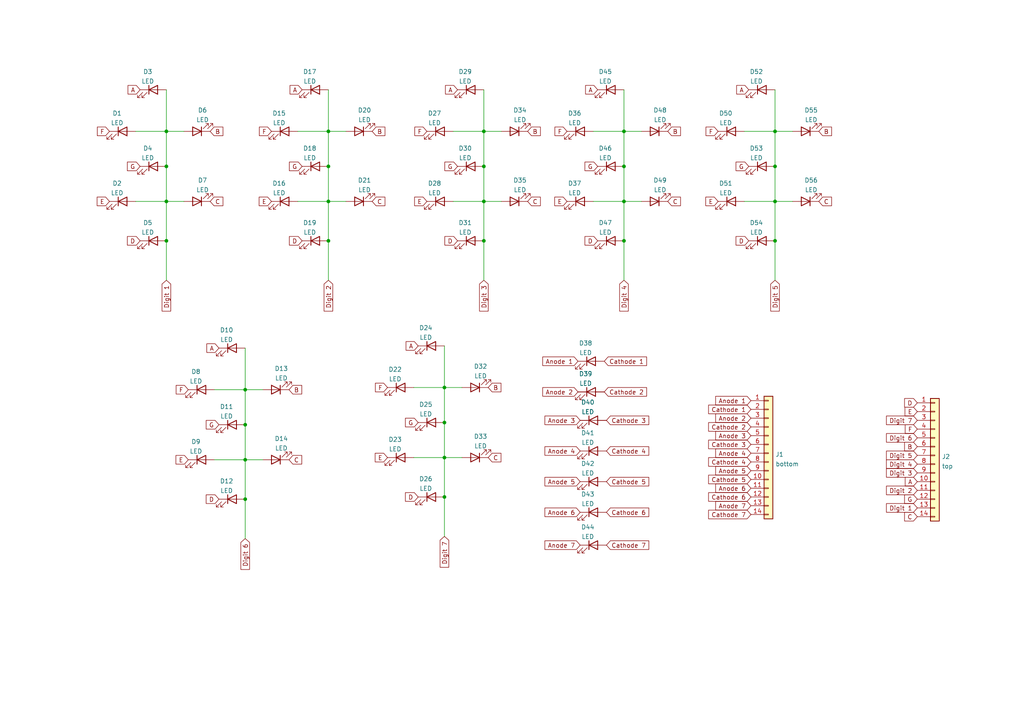
<source format=kicad_sch>
(kicad_sch (version 20211123) (generator eeschema)
  (paper "A4")
  (lib_symbols
    (symbol "Connector_Generic:Conn_01x14" (pin_names (offset 1.016) hide)
      (property "Reference" "J" (at 0 17.78 0))
      (property "Value" "Conn_01x14" (at 0 -20.32 0))
      (symbol "Conn_01x14_1_1"
        (rectangle (start -1.27 -17.653) (end 0 -17.907) (stroke (width 0.1524)))
        (rectangle (start -1.27 -15.113) (end 0 -15.367) (stroke (width 0.1524)))
        (rectangle (start -1.27 -12.573) (end 0 -12.827) (stroke (width 0.1524)))
        (rectangle (start -1.27 -10.033) (end 0 -10.287) (stroke (width 0.1524)))
        (rectangle (start -1.27 -7.493) (end 0 -7.747) (stroke (width 0.1524)))
        (rectangle (start -1.27 -4.953) (end 0 -5.207) (stroke (width 0.1524)))
        (rectangle (start -1.27 -2.413) (end 0 -2.667) (stroke (width 0.1524)))
        (rectangle (start -1.27 0.127) (end 0 -0.127) (stroke (width 0.1524)))
        (rectangle (start -1.27 2.667) (end 0 2.413) (stroke (width 0.1524)))
        (rectangle (start -1.27 5.207) (end 0 4.953) (stroke (width 0.1524)))
        (rectangle (start -1.27 7.747) (end 0 7.493) (stroke (width 0.1524)))
        (rectangle (start -1.27 10.287) (end 0 10.033) (stroke (width 0.1524)))
        (rectangle (start -1.27 12.827) (end 0 12.573) (stroke (width 0.1524)))
        (rectangle (start -1.27 15.367) (end 0 15.113) (stroke (width 0.1524)))
        (rectangle (start -1.27 16.51) (end 1.27 -19.05) (stroke (width 0.254)) (fill (type background)))
        (pin passive line (at -5.08 15.24 0) (length 3.81) (name "Pin_1") (number "1"))
        (pin passive line (at -5.08 -7.62 0) (length 3.81) (name "Pin_10") (number "10"))
        (pin passive line (at -5.08 -10.16 0) (length 3.81) (name "Pin_11") (number "11"))
        (pin passive line (at -5.08 -12.7 0) (length 3.81) (name "Pin_12") (number "12"))
        (pin passive line (at -5.08 -15.24 0) (length 3.81) (name "Pin_13") (number "13"))
        (pin passive line (at -5.08 -17.78 0) (length 3.81) (name "Pin_14") (number "14"))
        (pin passive line (at -5.08 12.7 0) (length 3.81) (name "Pin_2") (number "2"))
        (pin passive line (at -5.08 10.16 0) (length 3.81) (name "Pin_3") (number "3"))
        (pin passive line (at -5.08 7.62 0) (length 3.81) (name "Pin_4") (number "4"))
        (pin passive line (at -5.08 5.08 0) (length 3.81) (name "Pin_5") (number "5"))
        (pin passive line (at -5.08 2.54 0) (length 3.81) (name "Pin_6") (number "6"))
        (pin passive line (at -5.08 0 0) (length 3.81) (name "Pin_7") (number "7"))
        (pin passive line (at -5.08 -2.54 0) (length 3.81) (name "Pin_8") (number "8"))
        (pin passive line (at -5.08 -5.08 0) (length 3.81) (name "Pin_9") (number "9"))
      )
    )
    (symbol "Device:LED" (pin_numbers hide) (pin_names (offset 1.016) hide)
      (property "Reference" "D" (at 0 2.54 0))
      (property "Value" "LED" (at 0 -2.54 0))
      (symbol "LED_0_1"
        (polyline (pts (xy -1.27 -1.27) (xy -1.27 1.27)) (stroke (width 0.254)))
        (polyline (pts (xy -1.27 0) (xy 1.27 0)))
        (polyline (pts (xy 1.27 -1.27) (xy 1.27 1.27) (xy -1.27 0) (xy 1.27 -1.27)) (stroke (width 0.254)))
        (polyline (pts (xy -3.048 -0.762) (xy -4.572 -2.286) (xy -3.81 -2.286) (xy -4.572 -2.286) (xy -4.572 -1.524)))
        (polyline (pts (xy -1.778 -0.762) (xy -3.302 -2.286) (xy -2.54 -2.286) (xy -3.302 -2.286) (xy -3.302 -1.524)))
      )
      (symbol "LED_1_1"
        (pin passive line (at -3.81 0 0) (length 2.54) (name "K") (number "1"))
        (pin passive line (at 3.81 0 180) (length 2.54) (name "A") (number "2"))
      )
    )
  )
  (junction (at 95.25 48.26))
  (junction (at 224.79 38.1))
  (junction (at 71.12 133.35))
  (junction (at 140.335 48.26))
  (junction (at 128.905 112.395))
  (junction (at 95.25 58.42))
  (junction (at 128.905 144.145))
  (junction (at 71.12 123.19))
  (junction (at 128.905 122.555))
  (junction (at 224.79 48.26))
  (junction (at 48.26 58.42))
  (junction (at 224.79 69.85))
  (junction (at 128.905 132.715))
  (junction (at 95.25 38.1))
  (junction (at 95.25 69.85))
  (junction (at 180.975 38.1))
  (junction (at 140.335 69.85))
  (junction (at 180.975 69.85))
  (junction (at 180.975 48.26))
  (junction (at 180.975 58.42))
  (junction (at 48.26 38.1))
  (junction (at 71.12 113.03))
  (junction (at 71.12 144.78))
  (junction (at 48.26 48.26))
  (junction (at 140.335 38.1))
  (junction (at 140.335 58.42))
  (junction (at 224.79 58.42))
  (junction (at 48.26 69.85))
  (wire (pts (xy 95.25 69.85) (xy 95.25 81.28)))
  (wire (pts (xy 172.085 58.42) (xy 180.975 58.42)))
  (wire (pts (xy 120.015 132.715) (xy 128.905 132.715)))
  (wire (pts (xy 215.9 38.1) (xy 224.79 38.1)))
  (wire (pts (xy 86.36 38.1) (xy 95.25 38.1)))
  (wire (pts (xy 140.335 58.42) (xy 140.335 69.85)))
  (wire (pts (xy 140.335 48.26) (xy 140.335 58.42)))
  (wire (pts (xy 215.9 58.42) (xy 224.79 58.42)))
  (wire (pts (xy 128.905 132.715) (xy 128.905 144.145)))
  (wire (pts (xy 186.055 58.42) (xy 180.975 58.42)))
  (wire (pts (xy 48.26 38.1) (xy 53.34 38.1)))
  (wire (pts (xy 131.445 58.42) (xy 140.335 58.42)))
  (wire (pts (xy 145.415 58.42) (xy 140.335 58.42)))
  (wire (pts (xy 95.25 26.035) (xy 95.25 38.1)))
  (wire (pts (xy 71.12 113.03) (xy 71.12 123.19)))
  (wire (pts (xy 48.26 58.42) (xy 48.26 69.85)))
  (wire (pts (xy 48.26 48.26) (xy 48.26 58.42)))
  (wire (pts (xy 86.36 58.42) (xy 95.25 58.42)))
  (wire (pts (xy 224.79 38.1) (xy 224.79 48.26)))
  (wire (pts (xy 180.975 26.035) (xy 180.975 38.1)))
  (wire (pts (xy 39.37 38.1) (xy 48.26 38.1)))
  (wire (pts (xy 71.12 133.35) (xy 71.12 144.78)))
  (wire (pts (xy 71.12 123.19) (xy 71.12 133.35)))
  (wire (pts (xy 140.335 38.1) (xy 140.335 48.26)))
  (wire (pts (xy 71.12 100.965) (xy 71.12 113.03)))
  (wire (pts (xy 128.905 112.395) (xy 128.905 122.555)))
  (wire (pts (xy 71.12 144.78) (xy 71.12 156.21)))
  (wire (pts (xy 95.25 38.1) (xy 95.25 48.26)))
  (wire (pts (xy 95.25 38.1) (xy 100.33 38.1)))
  (wire (pts (xy 140.335 38.1) (xy 145.415 38.1)))
  (wire (pts (xy 131.445 38.1) (xy 140.335 38.1)))
  (wire (pts (xy 128.905 112.395) (xy 133.985 112.395)))
  (wire (pts (xy 224.79 26.035) (xy 224.79 38.1)))
  (wire (pts (xy 180.975 38.1) (xy 180.975 48.26)))
  (wire (pts (xy 39.37 58.42) (xy 48.26 58.42)))
  (wire (pts (xy 128.905 100.33) (xy 128.905 112.395)))
  (wire (pts (xy 71.12 113.03) (xy 76.2 113.03)))
  (wire (pts (xy 224.79 58.42) (xy 224.79 69.85)))
  (wire (pts (xy 133.985 132.715) (xy 128.905 132.715)))
  (wire (pts (xy 62.23 133.35) (xy 71.12 133.35)))
  (wire (pts (xy 172.085 38.1) (xy 180.975 38.1)))
  (wire (pts (xy 95.25 58.42) (xy 95.25 69.85)))
  (wire (pts (xy 140.335 26.035) (xy 140.335 38.1)))
  (wire (pts (xy 128.905 122.555) (xy 128.905 132.715)))
  (wire (pts (xy 128.905 144.145) (xy 128.905 155.575)))
  (wire (pts (xy 180.975 48.26) (xy 180.975 58.42)))
  (wire (pts (xy 224.79 38.1) (xy 229.87 38.1)))
  (wire (pts (xy 53.34 58.42) (xy 48.26 58.42)))
  (wire (pts (xy 76.2 133.35) (xy 71.12 133.35)))
  (wire (pts (xy 180.975 58.42) (xy 180.975 69.85)))
  (wire (pts (xy 62.23 113.03) (xy 71.12 113.03)))
  (wire (pts (xy 224.79 69.85) (xy 224.79 81.28)))
  (wire (pts (xy 48.26 38.1) (xy 48.26 48.26)))
  (wire (pts (xy 120.015 112.395) (xy 128.905 112.395)))
  (wire (pts (xy 48.26 26.035) (xy 48.26 38.1)))
  (wire (pts (xy 95.25 48.26) (xy 95.25 58.42)))
  (wire (pts (xy 229.87 58.42) (xy 224.79 58.42)))
  (wire (pts (xy 224.79 48.26) (xy 224.79 58.42)))
  (wire (pts (xy 48.26 69.85) (xy 48.26 81.28)))
  (wire (pts (xy 180.975 69.85) (xy 180.975 81.28)))
  (wire (pts (xy 140.335 69.85) (xy 140.335 81.28)))
  (wire (pts (xy 180.975 38.1) (xy 186.055 38.1)))
  (wire (pts (xy 100.33 58.42) (xy 95.25 58.42)))
  (global_label "A" (shape input) (at 121.285 100.33 180) (property "Intersheet References" "${INTERSHEET_REFS}" (effects hide)))
  (global_label "Digit 4" (shape input) (at 180.975 81.28 270) (property "Intersheet References" "${INTERSHEET_REFS}" (effects hide)))
  (global_label "F" (shape input) (at 31.75 38.1 180) (property "Intersheet References" "${INTERSHEET_REFS}" (effects hide)))
  (global_label "E" (shape input) (at 123.825 58.42 180) (property "Intersheet References" "${INTERSHEET_REFS}" (effects hide)))
  (global_label "A" (shape input) (at 217.17 26.035 180) (property "Intersheet References" "${INTERSHEET_REFS}" (effects hide)))
  (global_label "C" (shape input) (at 141.605 132.715 0) (property "Intersheet References" "${INTERSHEET_REFS}" (effects hide)))
  (global_label "D" (shape input) (at 121.285 144.145 180) (property "Intersheet References" "${INTERSHEET_REFS}" (effects hide)))
  (global_label "F" (shape input) (at 78.74 38.1 180) (property "Intersheet References" "${INTERSHEET_REFS}" (effects hide)))
  (global_label "Digit 3" (shape input) (at 266.065 137.16 180) (property "Intersheet References" "${INTERSHEET_REFS}" (effects hide)))
  (global_label "B" (shape input) (at 237.49 38.1 0) (property "Intersheet References" "${INTERSHEET_REFS}" (effects hide)))
  (global_label "Digit 3" (shape input) (at 140.335 81.28 270) (property "Intersheet References" "${INTERSHEET_REFS}" (effects hide)))
  (global_label "F" (shape input) (at 208.28 38.1 180) (property "Intersheet References" "${INTERSHEET_REFS}" (effects hide)))
  (global_label "Digit 2" (shape input) (at 95.25 81.28 270) (property "Intersheet References" "${INTERSHEET_REFS}" (effects hide)))
  (global_label "Digit 6" (shape input) (at 266.065 127 180) (property "Intersheet References" "${INTERSHEET_REFS}" (effects hide)))
  (global_label "D" (shape input) (at 40.64 69.85 180) (property "Intersheet References" "${INTERSHEET_REFS}" (effects hide)))
  (global_label "Digit 5" (shape input) (at 224.79 81.28 270) (property "Intersheet References" "${INTERSHEET_REFS}" (effects hide)))
  (global_label "Digit 4" (shape input) (at 266.065 134.62 180) (property "Intersheet References" "${INTERSHEET_REFS}" (effects hide)))
  (global_label "A" (shape input) (at 132.715 26.035 180) (property "Intersheet References" "${INTERSHEET_REFS}" (effects hide)))
  (global_label "E" (shape input) (at 31.75 58.42 180) (property "Intersheet References" "${INTERSHEET_REFS}" (effects hide)))
  (global_label "F" (shape input) (at 54.61 113.03 180) (property "Intersheet References" "${INTERSHEET_REFS}" (effects hide)))
  (global_label "E" (shape input) (at 112.395 132.715 180) (property "Intersheet References" "${INTERSHEET_REFS}" (effects hide)))
  (global_label "G" (shape input) (at 217.17 48.26 180) (property "Intersheet References" "${INTERSHEET_REFS}" (effects hide)))
  (global_label "Anode 5" (shape input) (at 168.275 139.7 180) (property "Intersheet References" "${INTERSHEET_REFS}" (effects hide)))
  (global_label "A" (shape input) (at 173.355 26.035 180) (property "Intersheet References" "${INTERSHEET_REFS}" (effects hide)))
  (global_label "Anode 2" (shape input) (at 167.64 113.665 180) (property "Intersheet References" "${INTERSHEET_REFS}" (effects hide)))
  (global_label "Anode 3" (shape input) (at 168.275 121.92 180) (property "Intersheet References" "${INTERSHEET_REFS}" (effects hide)))
  (global_label "Cathode 6" (shape input) (at 217.805 144.145 180) (property "Intersheet References" "${INTERSHEET_REFS}" (effects hide)))
  (global_label "Digit 1" (shape input) (at 48.26 81.28 270) (property "Intersheet References" "${INTERSHEET_REFS}" (effects hide)))
  (global_label "Cathode 3" (shape input) (at 217.805 128.905 180) (property "Intersheet References" "${INTERSHEET_REFS}" (effects hide)))
  (global_label "E" (shape input) (at 78.74 58.42 180) (property "Intersheet References" "${INTERSHEET_REFS}" (effects hide)))
  (global_label "B" (shape input) (at 141.605 112.395 0) (property "Intersheet References" "${INTERSHEET_REFS}" (effects hide)))
  (global_label "B" (shape input) (at 193.675 38.1 0) (property "Intersheet References" "${INTERSHEET_REFS}" (effects hide)))
  (global_label "D" (shape input) (at 87.63 69.85 180) (property "Intersheet References" "${INTERSHEET_REFS}" (effects hide)))
  (global_label "A" (shape input) (at 87.63 26.035 180) (property "Intersheet References" "${INTERSHEET_REFS}" (effects hide)))
  (global_label "Digit 5" (shape input) (at 266.065 132.08 180) (property "Intersheet References" "${INTERSHEET_REFS}" (effects hide)))
  (global_label "F" (shape input) (at 123.825 38.1 180) (property "Intersheet References" "${INTERSHEET_REFS}" (effects hide)))
  (global_label "E" (shape input) (at 54.61 133.35 180) (property "Intersheet References" "${INTERSHEET_REFS}" (effects hide)))
  (global_label "Anode 6" (shape input) (at 217.805 141.605 180) (property "Intersheet References" "${INTERSHEET_REFS}" (effects hide)))
  (global_label "Cathode 6" (shape input) (at 175.895 148.59 0) (property "Intersheet References" "${INTERSHEET_REFS}" (effects hide)))
  (global_label "Cathode 1" (shape input) (at 175.26 104.775 0) (property "Intersheet References" "${INTERSHEET_REFS}" (effects hide)))
  (global_label "G" (shape input) (at 121.285 122.555 180) (property "Intersheet References" "${INTERSHEET_REFS}" (effects hide)))
  (global_label "Anode 5" (shape input) (at 217.805 136.525 180) (property "Intersheet References" "${INTERSHEET_REFS}" (effects hide)))
  (global_label "Cathode 4" (shape input) (at 217.805 133.985 180) (property "Intersheet References" "${INTERSHEET_REFS}" (effects hide)))
  (global_label "C" (shape input) (at 266.065 149.86 180) (property "Intersheet References" "${INTERSHEET_REFS}" (effects hide)))
  (global_label "Cathode 2" (shape input) (at 217.805 123.825 180) (property "Intersheet References" "${INTERSHEET_REFS}" (effects hide)))
  (global_label "Cathode 7" (shape input) (at 175.895 158.115 0) (property "Intersheet References" "${INTERSHEET_REFS}" (effects hide)))
  (global_label "Digit 6" (shape input) (at 71.12 156.21 270) (property "Intersheet References" "${INTERSHEET_REFS}" (effects hide)))
  (global_label "C" (shape input) (at 83.82 133.35 0) (property "Intersheet References" "${INTERSHEET_REFS}" (effects hide)))
  (global_label "G" (shape input) (at 40.64 48.26 180) (property "Intersheet References" "${INTERSHEET_REFS}" (effects hide)))
  (global_label "G" (shape input) (at 173.355 48.26 180) (property "Intersheet References" "${INTERSHEET_REFS}" (effects hide)))
  (global_label "D" (shape input) (at 173.355 69.85 180) (property "Intersheet References" "${INTERSHEET_REFS}" (effects hide)))
  (global_label "Anode 6" (shape input) (at 168.275 148.59 180) (property "Intersheet References" "${INTERSHEET_REFS}" (effects hide)))
  (global_label "D" (shape input) (at 217.17 69.85 180) (property "Intersheet References" "${INTERSHEET_REFS}" (effects hide)))
  (global_label "C" (shape input) (at 153.035 58.42 0) (property "Intersheet References" "${INTERSHEET_REFS}" (effects hide)))
  (global_label "B" (shape input) (at 107.95 38.1 0) (property "Intersheet References" "${INTERSHEET_REFS}" (effects hide)))
  (global_label "Anode 7" (shape input) (at 168.275 158.115 180) (property "Intersheet References" "${INTERSHEET_REFS}" (effects hide)))
  (global_label "D" (shape input) (at 266.065 116.84 180) (property "Intersheet References" "${INTERSHEET_REFS}" (effects hide)))
  (global_label "Anode 2" (shape input) (at 217.805 121.285 180) (property "Intersheet References" "${INTERSHEET_REFS}" (effects hide)))
  (global_label "B" (shape input) (at 60.96 38.1 0) (property "Intersheet References" "${INTERSHEET_REFS}" (effects hide)))
  (global_label "Digit 7" (shape input) (at 128.905 155.575 270) (property "Intersheet References" "${INTERSHEET_REFS}" (effects hide)))
  (global_label "D" (shape input) (at 63.5 144.78 180) (property "Intersheet References" "${INTERSHEET_REFS}" (effects hide)))
  (global_label "Cathode 1" (shape input) (at 217.805 118.745 180) (property "Intersheet References" "${INTERSHEET_REFS}" (effects hide)))
  (global_label "G" (shape input) (at 132.715 48.26 180) (property "Intersheet References" "${INTERSHEET_REFS}" (effects hide)))
  (global_label "Anode 3" (shape input) (at 217.805 126.365 180) (property "Intersheet References" "${INTERSHEET_REFS}" (effects hide)))
  (global_label "G" (shape input) (at 63.5 123.19 180) (property "Intersheet References" "${INTERSHEET_REFS}" (effects hide)))
  (global_label "Anode 1" (shape input) (at 167.64 104.775 180) (property "Intersheet References" "${INTERSHEET_REFS}" (effects hide)))
  (global_label "G" (shape input) (at 266.065 144.78 180) (property "Intersheet References" "${INTERSHEET_REFS}" (effects hide)))
  (global_label "E" (shape input) (at 266.065 119.38 180) (property "Intersheet References" "${INTERSHEET_REFS}" (effects hide)))
  (global_label "F" (shape input) (at 112.395 112.395 180) (property "Intersheet References" "${INTERSHEET_REFS}" (effects hide)))
  (global_label "B" (shape input) (at 266.065 129.54 180) (property "Intersheet References" "${INTERSHEET_REFS}" (effects hide)))
  (global_label "C" (shape input) (at 193.675 58.42 0) (property "Intersheet References" "${INTERSHEET_REFS}" (effects hide)))
  (global_label "A" (shape input) (at 63.5 100.965 180) (property "Intersheet References" "${INTERSHEET_REFS}" (effects hide)))
  (global_label "C" (shape input) (at 107.95 58.42 0) (property "Intersheet References" "${INTERSHEET_REFS}" (effects hide)))
  (global_label "Digit 1" (shape input) (at 266.065 147.32 180) (property "Intersheet References" "${INTERSHEET_REFS}" (effects hide)))
  (global_label "Cathode 7" (shape input) (at 217.805 149.225 180) (property "Intersheet References" "${INTERSHEET_REFS}" (effects hide)))
  (global_label "Anode 4" (shape input) (at 168.275 130.81 180) (property "Intersheet References" "${INTERSHEET_REFS}" (effects hide)))
  (global_label "Cathode 5" (shape input) (at 175.895 139.7 0) (property "Intersheet References" "${INTERSHEET_REFS}" (effects hide)))
  (global_label "A" (shape input) (at 40.64 26.035 180) (property "Intersheet References" "${INTERSHEET_REFS}" (effects hide)))
  (global_label "Digit 2" (shape input) (at 266.065 142.24 180) (property "Intersheet References" "${INTERSHEET_REFS}" (effects hide)))
  (global_label "C" (shape input) (at 60.96 58.42 0) (property "Intersheet References" "${INTERSHEET_REFS}" (effects hide)))
  (global_label "Cathode 3" (shape input) (at 175.895 121.92 0) (property "Intersheet References" "${INTERSHEET_REFS}" (effects hide)))
  (global_label "G" (shape input) (at 87.63 48.26 180) (property "Intersheet References" "${INTERSHEET_REFS}" (effects hide)))
  (global_label "B" (shape input) (at 153.035 38.1 0) (property "Intersheet References" "${INTERSHEET_REFS}" (effects hide)))
  (global_label "C" (shape input) (at 237.49 58.42 0) (property "Intersheet References" "${INTERSHEET_REFS}" (effects hide)))
  (global_label "Cathode 2" (shape input) (at 175.26 113.665 0) (property "Intersheet References" "${INTERSHEET_REFS}" (effects hide)))
  (global_label "Digit 7" (shape input) (at 266.065 121.92 180) (property "Intersheet References" "${INTERSHEET_REFS}" (effects hide)))
  (global_label "Anode 4" (shape input) (at 217.805 131.445 180) (property "Intersheet References" "${INTERSHEET_REFS}" (effects hide)))
  (global_label "A" (shape input) (at 266.065 139.7 180) (property "Intersheet References" "${INTERSHEET_REFS}" (effects hide)))
  (global_label "D" (shape input) (at 132.715 69.85 180) (property "Intersheet References" "${INTERSHEET_REFS}" (effects hide)))
  (global_label "Cathode 5" (shape input) (at 217.805 139.065 180) (property "Intersheet References" "${INTERSHEET_REFS}" (effects hide)))
  (global_label "Anode 7" (shape input) (at 217.805 146.685 180) (property "Intersheet References" "${INTERSHEET_REFS}" (effects hide)))
  (global_label "Cathode 4" (shape input) (at 175.895 130.81 0) (property "Intersheet References" "${INTERSHEET_REFS}" (effects hide)))
  (global_label "E" (shape input) (at 208.28 58.42 180) (property "Intersheet References" "${INTERSHEET_REFS}" (effects hide)))
  (global_label "B" (shape input) (at 83.82 113.03 0) (property "Intersheet References" "${INTERSHEET_REFS}" (effects hide)))
  (global_label "Anode 1" (shape input) (at 217.805 116.205 180) (property "Intersheet References" "${INTERSHEET_REFS}" (effects hide)))
  (global_label "F" (shape input) (at 164.465 38.1 180) (property "Intersheet References" "${INTERSHEET_REFS}" (effects hide)))
  (global_label "E" (shape input) (at 164.465 58.42 180) (property "Intersheet References" "${INTERSHEET_REFS}" (effects hide)))
  (global_label "F" (shape input) (at 266.065 124.46 180) (property "Intersheet References" "${INTERSHEET_REFS}" (effects hide)))
  (symbol (lib_id "Device:LED") (at 177.165 69.85 0) (unit 1)
    (property "Reference" "D47" (at 175.5775 64.6135 0))
    (property "Value" "LED" (at 175.5775 67.3886 0))
    (property "Footprint" "LED_SMD:LED_0603_1608Metric" (effects hide))
  )
  (symbol (lib_id "Device:LED") (at 172.085 158.115 0) (unit 1)
    (property "Reference" "D44" (at 170.4975 152.8785 0))
    (property "Value" "LED" (at 170.4975 155.6536 0))
    (property "Footprint" "LED_SMD:LED_0603_1608Metric" (effects hide))
  )
  (symbol (lib_id "Device:LED") (at 172.085 139.7 0) (unit 1)
    (property "Reference" "D42" (at 170.4975 134.4635 0))
    (property "Value" "LED" (at 170.4975 137.2386 0))
    (property "Footprint" "LED_SMD:LED_0603_1608Metric" (effects hide))
  )
  (symbol (lib_id "Device:LED") (at 104.14 38.1 180) (unit 1)
    (property "Reference" "D20" (at 105.7275 31.9745 0))
    (property "Value" "LED" (at 105.7275 34.7496 0))
    (property "Footprint" "LED_SMD:LED_0603_1608Metric" (effects hide))
  )
  (symbol (lib_id "Device:LED") (at 104.14 58.42 180) (unit 1)
    (property "Reference" "D21" (at 105.7275 52.2945 0))
    (property "Value" "LED" (at 105.7275 55.0696 0))
    (property "Footprint" "LED_SMD:LED_0603_1608Metric" (effects hide))
  )
  (symbol (lib_id "Device:LED") (at 125.095 100.33 0) (unit 1)
    (property "Reference" "D24" (at 123.5075 95.0935 0))
    (property "Value" "LED" (at 123.5075 97.8686 0))
    (property "Footprint" "LED_SMD:LED_0603_1608Metric" (effects hide))
  )
  (symbol (lib_id "Connector_Generic:Conn_01x14") (at 222.885 131.445 0) (unit 1)
    (property "Reference" "J1" (at 224.917 131.8065 0) (effects (justify left)))
    (property "Value" "bottom" (at 224.917 134.5816 0) (effects (justify left)))
    (property "Footprint" "Connector_PinHeader_2.54mm:PinHeader_1x14_P2.54mm_Vertical" (effects hide))
  )
  (symbol (lib_id "Device:LED") (at 149.225 38.1 180) (unit 1)
    (property "Reference" "D34" (at 150.8125 31.9745 0))
    (property "Value" "LED" (at 150.8125 34.7496 0))
    (property "Footprint" "LED_SMD:LED_0603_1608Metric" (effects hide))
  )
  (symbol (lib_id "Device:LED") (at 171.45 113.665 0) (unit 1)
    (property "Reference" "D39" (at 169.8625 108.4285 0))
    (property "Value" "LED" (at 169.8625 111.2036 0))
    (property "Footprint" "LED_SMD:LED_0603_1608Metric" (effects hide))
  )
  (symbol (lib_id "Device:LED") (at 168.275 58.42 0) (unit 1)
    (property "Reference" "D37" (at 166.6875 53.1835 0))
    (property "Value" "LED" (at 166.6875 55.9586 0))
    (property "Footprint" "LED_SMD:LED_0603_1608Metric" (effects hide))
  )
  (symbol (lib_id "Device:LED") (at 91.44 26.035 0) (unit 1)
    (property "Reference" "D17" (at 89.8525 20.7985 0))
    (property "Value" "LED" (at 89.8525 23.5736 0))
    (property "Footprint" "LED_SMD:LED_0603_1608Metric" (effects hide))
  )
  (symbol (lib_id "Device:LED") (at 67.31 123.19 0) (unit 1)
    (property "Reference" "D11" (at 65.7225 117.9535 0))
    (property "Value" "LED" (at 65.7225 120.7286 0))
    (property "Footprint" "LED_SMD:LED_0603_1608Metric" (effects hide))
  )
  (symbol (lib_id "Device:LED") (at 172.085 148.59 0) (unit 1)
    (property "Reference" "D43" (at 170.4975 143.3535 0))
    (property "Value" "LED" (at 170.4975 146.1286 0))
    (property "Footprint" "LED_SMD:LED_0603_1608Metric" (effects hide))
  )
  (symbol (lib_id "Device:LED") (at 189.865 38.1 180) (unit 1)
    (property "Reference" "D48" (at 191.4525 31.9745 0))
    (property "Value" "LED" (at 191.4525 34.7496 0))
    (property "Footprint" "LED_SMD:LED_0603_1608Metric" (effects hide))
  )
  (symbol (lib_id "Device:LED") (at 127.635 38.1 0) (unit 1)
    (property "Reference" "D27" (at 126.0475 32.8635 0))
    (property "Value" "LED" (at 126.0475 35.6386 0))
    (property "Footprint" "LED_SMD:LED_0603_1608Metric" (effects hide))
  )
  (symbol (lib_id "Device:LED") (at 91.44 69.85 0) (unit 1)
    (property "Reference" "D19" (at 89.8525 64.6135 0))
    (property "Value" "LED" (at 89.8525 67.3886 0))
    (property "Footprint" "LED_SMD:LED_0603_1608Metric" (effects hide))
  )
  (symbol (lib_id "Device:LED") (at 220.98 69.85 0) (unit 1)
    (property "Reference" "D54" (at 219.3925 64.6135 0))
    (property "Value" "LED" (at 219.3925 67.3886 0))
    (property "Footprint" "LED_SMD:LED_0603_1608Metric" (effects hide))
  )
  (symbol (lib_id "Device:LED") (at 82.55 38.1 0) (unit 1)
    (property "Reference" "D15" (at 80.9625 32.8635 0))
    (property "Value" "LED" (at 80.9625 35.6386 0))
    (property "Footprint" "LED_SMD:LED_0603_1608Metric" (effects hide))
  )
  (symbol (lib_id "Device:LED") (at 35.56 58.42 0) (unit 1)
    (property "Reference" "D2" (at 33.9725 53.1835 0))
    (property "Value" "LED" (at 33.9725 55.9586 0))
    (property "Footprint" "LED_SMD:LED_0603_1608Metric" (effects hide))
  )
  (symbol (lib_id "Device:LED") (at 136.525 69.85 0) (unit 1)
    (property "Reference" "D31" (at 134.9375 64.6135 0))
    (property "Value" "LED" (at 134.9375 67.3886 0))
    (property "Footprint" "LED_SMD:LED_0603_1608Metric" (effects hide))
  )
  (symbol (lib_id "Device:LED") (at 67.31 144.78 0) (unit 1)
    (property "Reference" "D12" (at 65.7225 139.5435 0))
    (property "Value" "LED" (at 65.7225 142.3186 0))
    (property "Footprint" "LED_SMD:LED_0603_1608Metric" (effects hide))
  )
  (symbol (lib_id "Device:LED") (at 125.095 144.145 0) (unit 1)
    (property "Reference" "D26" (at 123.5075 138.9085 0))
    (property "Value" "LED" (at 123.5075 141.6836 0))
    (property "Footprint" "LED_SMD:LED_0603_1608Metric" (effects hide))
  )
  (symbol (lib_id "Device:LED") (at 116.205 112.395 0) (unit 1)
    (property "Reference" "D22" (at 114.6175 107.1585 0))
    (property "Value" "LED" (at 114.6175 109.9336 0))
    (property "Footprint" "LED_SMD:LED_0603_1608Metric" (effects hide))
  )
  (symbol (lib_id "Device:LED") (at 80.01 113.03 180) (unit 1)
    (property "Reference" "D13" (at 81.5975 106.9045 0))
    (property "Value" "LED" (at 81.5975 109.6796 0))
    (property "Footprint" "LED_SMD:LED_0603_1608Metric" (effects hide))
  )
  (symbol (lib_id "Device:LED") (at 58.42 113.03 0) (unit 1)
    (property "Reference" "D8" (at 56.8325 107.7935 0))
    (property "Value" "LED" (at 56.8325 110.5686 0))
    (property "Footprint" "LED_SMD:LED_0603_1608Metric" (effects hide))
  )
  (symbol (lib_id "Device:LED") (at 82.55 58.42 0) (unit 1)
    (property "Reference" "D16" (at 80.9625 53.1835 0))
    (property "Value" "LED" (at 80.9625 55.9586 0))
    (property "Footprint" "LED_SMD:LED_0603_1608Metric" (effects hide))
  )
  (symbol (lib_id "Device:LED") (at 137.795 112.395 180) (unit 1)
    (property "Reference" "D32" (at 139.3825 106.2695 0))
    (property "Value" "LED" (at 139.3825 109.0446 0))
    (property "Footprint" "LED_SMD:LED_0603_1608Metric" (effects hide))
  )
  (symbol (lib_id "Device:LED") (at 172.085 130.81 0) (unit 1)
    (property "Reference" "D41" (at 170.4975 125.5735 0))
    (property "Value" "LED" (at 170.4975 128.3486 0))
    (property "Footprint" "LED_SMD:LED_0603_1608Metric" (effects hide))
  )
  (symbol (lib_id "Device:LED") (at 80.01 133.35 180) (unit 1)
    (property "Reference" "D14" (at 81.5975 127.2245 0))
    (property "Value" "LED" (at 81.5975 129.9996 0))
    (property "Footprint" "LED_SMD:LED_0603_1608Metric" (effects hide))
  )
  (symbol (lib_id "Device:LED") (at 233.68 38.1 180) (unit 1)
    (property "Reference" "D55" (at 235.2675 31.9745 0))
    (property "Value" "LED" (at 235.2675 34.7496 0))
    (property "Footprint" "LED_SMD:LED_0603_1608Metric" (effects hide))
  )
  (symbol (lib_id "Device:LED") (at 177.165 48.26 0) (unit 1)
    (property "Reference" "D46" (at 175.5775 43.0235 0))
    (property "Value" "LED" (at 175.5775 45.7986 0))
    (property "Footprint" "LED_SMD:LED_0603_1608Metric" (effects hide))
  )
  (symbol (lib_id "Device:LED") (at 149.225 58.42 180) (unit 1)
    (property "Reference" "D35" (at 150.8125 52.2945 0))
    (property "Value" "LED" (at 150.8125 55.0696 0))
    (property "Footprint" "LED_SMD:LED_0603_1608Metric" (effects hide))
  )
  (symbol (lib_id "Device:LED") (at 171.45 104.775 0) (unit 1)
    (property "Reference" "D38" (at 169.8625 99.5385 0))
    (property "Value" "LED" (at 169.8625 102.3136 0))
    (property "Footprint" "LED_SMD:LED_0603_1608Metric" (effects hide))
  )
  (symbol (lib_id "Device:LED") (at 35.56 38.1 0) (unit 1)
    (property "Reference" "D1" (at 33.9725 32.8635 0))
    (property "Value" "LED" (at 33.9725 35.6386 0))
    (property "Footprint" "LED_SMD:LED_0603_1608Metric" (effects hide))
  )
  (symbol (lib_id "Device:LED") (at 67.31 100.965 0) (unit 1)
    (property "Reference" "D10" (at 65.7225 95.7285 0))
    (property "Value" "LED" (at 65.7225 98.5036 0))
    (property "Footprint" "LED_SMD:LED_0603_1608Metric" (effects hide))
  )
  (symbol (lib_id "Device:LED") (at 172.085 121.92 0) (unit 1)
    (property "Reference" "D40" (at 170.4975 116.6835 0))
    (property "Value" "LED" (at 170.4975 119.4586 0))
    (property "Footprint" "LED_SMD:LED_0603_1608Metric" (effects hide))
  )
  (symbol (lib_id "Device:LED") (at 168.275 38.1 0) (unit 1)
    (property "Reference" "D36" (at 166.6875 32.8635 0))
    (property "Value" "LED" (at 166.6875 35.6386 0))
    (property "Footprint" "LED_SMD:LED_0603_1608Metric" (effects hide))
  )
  (symbol (lib_id "Device:LED") (at 57.15 58.42 180) (unit 1)
    (property "Reference" "D7" (at 58.7375 52.2945 0))
    (property "Value" "LED" (at 58.7375 55.0696 0))
    (property "Footprint" "LED_SMD:LED_0603_1608Metric" (effects hide))
  )
  (symbol (lib_id "Device:LED") (at 127.635 58.42 0) (unit 1)
    (property "Reference" "D28" (at 126.0475 53.1835 0))
    (property "Value" "LED" (at 126.0475 55.9586 0))
    (property "Footprint" "LED_SMD:LED_0603_1608Metric" (effects hide))
  )
  (symbol (lib_id "Device:LED") (at 220.98 48.26 0) (unit 1)
    (property "Reference" "D53" (at 219.3925 43.0235 0))
    (property "Value" "LED" (at 219.3925 45.7986 0))
    (property "Footprint" "LED_SMD:LED_0603_1608Metric" (effects hide))
  )
  (symbol (lib_id "Device:LED") (at 137.795 132.715 180) (unit 1)
    (property "Reference" "D33" (at 139.3825 126.5895 0))
    (property "Value" "LED" (at 139.3825 129.3646 0))
    (property "Footprint" "LED_SMD:LED_0603_1608Metric" (effects hide))
  )
  (symbol (lib_id "Device:LED") (at 125.095 122.555 0) (unit 1)
    (property "Reference" "D25" (at 123.5075 117.3185 0))
    (property "Value" "LED" (at 123.5075 120.0936 0))
    (property "Footprint" "LED_SMD:LED_0603_1608Metric" (effects hide))
  )
  (symbol (lib_id "Device:LED") (at 136.525 26.035 0) (unit 1)
    (property "Reference" "D29" (at 134.9375 20.7985 0))
    (property "Value" "LED" (at 134.9375 23.5736 0))
    (property "Footprint" "LED_SMD:LED_0603_1608Metric" (effects hide))
  )
  (symbol (lib_id "Device:LED") (at 136.525 48.26 0) (unit 1)
    (property "Reference" "D30" (at 134.9375 43.0235 0))
    (property "Value" "LED" (at 134.9375 45.7986 0))
    (property "Footprint" "LED_SMD:LED_0603_1608Metric" (effects hide))
  )
  (symbol (lib_id "Device:LED") (at 44.45 69.85 0) (unit 1)
    (property "Reference" "D5" (at 42.8625 64.6135 0))
    (property "Value" "LED" (at 42.8625 67.3886 0))
    (property "Footprint" "LED_SMD:LED_0603_1608Metric" (effects hide))
  )
  (symbol (lib_id "Device:LED") (at 212.09 38.1 0) (unit 1)
    (property "Reference" "D50" (at 210.5025 32.8635 0))
    (property "Value" "LED" (at 210.5025 35.6386 0))
    (property "Footprint" "LED_SMD:LED_0603_1608Metric" (effects hide))
  )
  (symbol (lib_id "Connector_Generic:Conn_01x14") (at 271.145 132.08 0) (unit 1)
    (property "Reference" "J2" (at 273.177 132.4415 0) (effects (justify left)))
    (property "Value" "top" (at 273.177 135.2166 0) (effects (justify left)))
    (property "Footprint" "Connector_PinHeader_2.54mm:PinHeader_1x14_P2.54mm_Vertical" (effects hide))
  )
  (symbol (lib_id "Device:LED") (at 220.98 26.035 0) (unit 1)
    (property "Reference" "D52" (at 219.3925 20.7985 0))
    (property "Value" "LED" (at 219.3925 23.5736 0))
    (property "Footprint" "LED_SMD:LED_0603_1608Metric" (effects hide))
  )
  (symbol (lib_id "Device:LED") (at 44.45 48.26 0) (unit 1)
    (property "Reference" "D4" (at 42.8625 43.0235 0))
    (property "Value" "LED" (at 42.8625 45.7986 0))
    (property "Footprint" "LED_SMD:LED_0603_1608Metric" (effects hide))
  )
  (symbol (lib_id "Device:LED") (at 58.42 133.35 0) (unit 1)
    (property "Reference" "D9" (at 56.8325 128.1135 0))
    (property "Value" "LED" (at 56.8325 130.8886 0))
    (property "Footprint" "LED_SMD:LED_0603_1608Metric" (effects hide))
  )
  (symbol (lib_id "Device:LED") (at 57.15 38.1 180) (unit 1)
    (property "Reference" "D6" (at 58.7375 31.9745 0))
    (property "Value" "LED" (at 58.7375 34.7496 0))
    (property "Footprint" "LED_SMD:LED_0603_1608Metric" (effects hide))
  )
  (symbol (lib_id "Device:LED") (at 233.68 58.42 180) (unit 1)
    (property "Reference" "D56" (at 235.2675 52.2945 0))
    (property "Value" "LED" (at 235.2675 55.0696 0))
    (property "Footprint" "LED_SMD:LED_0603_1608Metric" (effects hide))
  )
  (symbol (lib_id "Device:LED") (at 212.09 58.42 0) (unit 1)
    (property "Reference" "D51" (at 210.5025 53.1835 0))
    (property "Value" "LED" (at 210.5025 55.9586 0))
    (property "Footprint" "LED_SMD:LED_0603_1608Metric" (effects hide))
  )
  (symbol (lib_id "Device:LED") (at 189.865 58.42 180) (unit 1)
    (property "Reference" "D49" (at 191.4525 52.2945 0))
    (property "Value" "LED" (at 191.4525 55.0696 0))
    (property "Footprint" "LED_SMD:LED_0603_1608Metric" (effects hide))
  )
  (symbol (lib_id "Device:LED") (at 91.44 48.26 0) (unit 1)
    (property "Reference" "D18" (at 89.8525 43.0235 0))
    (property "Value" "LED" (at 89.8525 45.7986 0))
    (property "Footprint" "LED_SMD:LED_0603_1608Metric" (effects hide))
  )
  (symbol (lib_id "Device:LED") (at 44.45 26.035 0) (unit 1)
    (property "Reference" "D3" (at 42.8625 20.7985 0))
    (property "Value" "LED" (at 42.8625 23.5736 0))
    (property "Footprint" "LED_SMD:LED_0603_1608Metric" (effects hide))
  )
  (symbol (lib_id "Device:LED") (at 177.165 26.035 0) (unit 1)
    (property "Reference" "D45" (at 175.5775 20.7985 0))
    (property "Value" "LED" (at 175.5775 23.5736 0))
    (property "Footprint" "LED_SMD:LED_0603_1608Metric" (effects hide))
  )
  (symbol (lib_id "Device:LED") (at 116.205 132.715 0) (unit 1)
    (property "Reference" "D23" (at 114.6175 127.4785 0))
    (property "Value" "LED" (at 114.6175 130.2536 0))
    (property "Footprint" "LED_SMD:LED_0603_1608Metric" (effects hide))
  )
)
</source>
